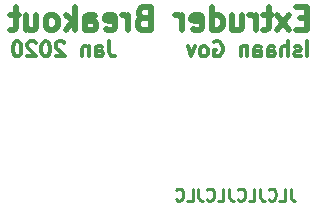
<source format=gbr>
G04 #@! TF.GenerationSoftware,KiCad,Pcbnew,(5.1.4)-1*
G04 #@! TF.CreationDate,2020-03-27T15:16:42-04:00*
G04 #@! TF.ProjectId,extruder_breakout,65787472-7564-4657-925f-627265616b6f,rev?*
G04 #@! TF.SameCoordinates,PX8f0d180PY5f5e100*
G04 #@! TF.FileFunction,Legend,Bot*
G04 #@! TF.FilePolarity,Positive*
%FSLAX46Y46*%
G04 Gerber Fmt 4.6, Leading zero omitted, Abs format (unit mm)*
G04 Created by KiCad (PCBNEW (5.1.4)-1) date 2020-03-27 15:16:42*
%MOMM*%
%LPD*%
G04 APERTURE LIST*
%ADD10C,0.254000*%
%ADD11C,0.317500*%
%ADD12C,0.476250*%
%ADD13C,6.501600*%
%ADD14C,4.101600*%
%ADD15R,3.901600X3.901600*%
%ADD16O,2.101600X1.801600*%
%ADD17C,0.100000*%
%ADD18C,1.801600*%
%ADD19O,1.801600X2.051600*%
%ADD20C,2.201600*%
%ADD21R,2.201600X2.201600*%
%ADD22O,1.828800X1.828800*%
%ADD23R,1.828800X1.828800*%
G04 APERTURE END LIST*
D10*
X11042952Y24432381D02*
X11042952Y23706667D01*
X11091333Y23561524D01*
X11188095Y23464762D01*
X11333238Y23416381D01*
X11430000Y23416381D01*
X10075333Y23416381D02*
X10559142Y23416381D01*
X10559142Y24432381D01*
X9156095Y23513143D02*
X9204476Y23464762D01*
X9349619Y23416381D01*
X9446380Y23416381D01*
X9591523Y23464762D01*
X9688285Y23561524D01*
X9736666Y23658286D01*
X9785047Y23851810D01*
X9785047Y23996953D01*
X9736666Y24190477D01*
X9688285Y24287239D01*
X9591523Y24384000D01*
X9446380Y24432381D01*
X9349619Y24432381D01*
X9204476Y24384000D01*
X9156095Y24335620D01*
X8430380Y24432381D02*
X8430380Y23706667D01*
X8478761Y23561524D01*
X8575523Y23464762D01*
X8720666Y23416381D01*
X8817428Y23416381D01*
X7462761Y23416381D02*
X7946571Y23416381D01*
X7946571Y24432381D01*
X6543523Y23513143D02*
X6591904Y23464762D01*
X6737047Y23416381D01*
X6833809Y23416381D01*
X6978952Y23464762D01*
X7075714Y23561524D01*
X7124095Y23658286D01*
X7172476Y23851810D01*
X7172476Y23996953D01*
X7124095Y24190477D01*
X7075714Y24287239D01*
X6978952Y24384000D01*
X6833809Y24432381D01*
X6737047Y24432381D01*
X6591904Y24384000D01*
X6543523Y24335620D01*
X5817809Y24432381D02*
X5817809Y23706667D01*
X5866190Y23561524D01*
X5962952Y23464762D01*
X6108095Y23416381D01*
X6204857Y23416381D01*
X4850190Y23416381D02*
X5334000Y23416381D01*
X5334000Y24432381D01*
X3930952Y23513143D02*
X3979333Y23464762D01*
X4124476Y23416381D01*
X4221238Y23416381D01*
X4366380Y23464762D01*
X4463142Y23561524D01*
X4511523Y23658286D01*
X4559904Y23851810D01*
X4559904Y23996953D01*
X4511523Y24190477D01*
X4463142Y24287239D01*
X4366380Y24384000D01*
X4221238Y24432381D01*
X4124476Y24432381D01*
X3979333Y24384000D01*
X3930952Y24335620D01*
X3205238Y24432381D02*
X3205238Y23706667D01*
X3253619Y23561524D01*
X3350380Y23464762D01*
X3495523Y23416381D01*
X3592285Y23416381D01*
X2237619Y23416381D02*
X2721428Y23416381D01*
X2721428Y24432381D01*
X1318380Y23513143D02*
X1366761Y23464762D01*
X1511904Y23416381D01*
X1608666Y23416381D01*
X1753809Y23464762D01*
X1850571Y23561524D01*
X1898952Y23658286D01*
X1947333Y23851810D01*
X1947333Y23996953D01*
X1898952Y24190477D01*
X1850571Y24287239D01*
X1753809Y24384000D01*
X1608666Y24432381D01*
X1511904Y24432381D01*
X1366761Y24384000D01*
X1318380Y24335620D01*
D11*
X12427857Y35620477D02*
X12427857Y36890477D01*
X11883571Y35680953D02*
X11762619Y35620477D01*
X11520714Y35620477D01*
X11399761Y35680953D01*
X11339285Y35801905D01*
X11339285Y35862381D01*
X11399761Y35983334D01*
X11520714Y36043810D01*
X11702142Y36043810D01*
X11823095Y36104286D01*
X11883571Y36225239D01*
X11883571Y36285715D01*
X11823095Y36406667D01*
X11702142Y36467143D01*
X11520714Y36467143D01*
X11399761Y36406667D01*
X10795000Y35620477D02*
X10795000Y36890477D01*
X10250714Y35620477D02*
X10250714Y36285715D01*
X10311190Y36406667D01*
X10432142Y36467143D01*
X10613571Y36467143D01*
X10734523Y36406667D01*
X10795000Y36346191D01*
X9101666Y35620477D02*
X9101666Y36285715D01*
X9162142Y36406667D01*
X9283095Y36467143D01*
X9525000Y36467143D01*
X9645952Y36406667D01*
X9101666Y35680953D02*
X9222619Y35620477D01*
X9525000Y35620477D01*
X9645952Y35680953D01*
X9706428Y35801905D01*
X9706428Y35922858D01*
X9645952Y36043810D01*
X9525000Y36104286D01*
X9222619Y36104286D01*
X9101666Y36164762D01*
X7952619Y35620477D02*
X7952619Y36285715D01*
X8013095Y36406667D01*
X8134047Y36467143D01*
X8375952Y36467143D01*
X8496904Y36406667D01*
X7952619Y35680953D02*
X8073571Y35620477D01*
X8375952Y35620477D01*
X8496904Y35680953D01*
X8557380Y35801905D01*
X8557380Y35922858D01*
X8496904Y36043810D01*
X8375952Y36104286D01*
X8073571Y36104286D01*
X7952619Y36164762D01*
X7347857Y36467143D02*
X7347857Y35620477D01*
X7347857Y36346191D02*
X7287380Y36406667D01*
X7166428Y36467143D01*
X6985000Y36467143D01*
X6864047Y36406667D01*
X6803571Y36285715D01*
X6803571Y35620477D01*
X4565952Y36830000D02*
X4686904Y36890477D01*
X4868333Y36890477D01*
X5049761Y36830000D01*
X5170714Y36709048D01*
X5231190Y36588096D01*
X5291666Y36346191D01*
X5291666Y36164762D01*
X5231190Y35922858D01*
X5170714Y35801905D01*
X5049761Y35680953D01*
X4868333Y35620477D01*
X4747380Y35620477D01*
X4565952Y35680953D01*
X4505476Y35741429D01*
X4505476Y36164762D01*
X4747380Y36164762D01*
X3779761Y35620477D02*
X3900714Y35680953D01*
X3961190Y35741429D01*
X4021666Y35862381D01*
X4021666Y36225239D01*
X3961190Y36346191D01*
X3900714Y36406667D01*
X3779761Y36467143D01*
X3598333Y36467143D01*
X3477380Y36406667D01*
X3416904Y36346191D01*
X3356428Y36225239D01*
X3356428Y35862381D01*
X3416904Y35741429D01*
X3477380Y35680953D01*
X3598333Y35620477D01*
X3779761Y35620477D01*
X2933095Y36467143D02*
X2630714Y35620477D01*
X2328333Y36467143D01*
X-4324048Y36890477D02*
X-4324048Y35983334D01*
X-4263572Y35801905D01*
X-4142620Y35680953D01*
X-3961191Y35620477D01*
X-3840239Y35620477D01*
X-5473096Y35620477D02*
X-5473096Y36285715D01*
X-5412620Y36406667D01*
X-5291667Y36467143D01*
X-5049762Y36467143D01*
X-4928810Y36406667D01*
X-5473096Y35680953D02*
X-5352143Y35620477D01*
X-5049762Y35620477D01*
X-4928810Y35680953D01*
X-4868334Y35801905D01*
X-4868334Y35922858D01*
X-4928810Y36043810D01*
X-5049762Y36104286D01*
X-5352143Y36104286D01*
X-5473096Y36164762D01*
X-6077858Y36467143D02*
X-6077858Y35620477D01*
X-6077858Y36346191D02*
X-6138334Y36406667D01*
X-6259286Y36467143D01*
X-6440715Y36467143D01*
X-6561667Y36406667D01*
X-6622143Y36285715D01*
X-6622143Y35620477D01*
X-8134048Y36769524D02*
X-8194524Y36830000D01*
X-8315477Y36890477D01*
X-8617858Y36890477D01*
X-8738810Y36830000D01*
X-8799286Y36769524D01*
X-8859762Y36648572D01*
X-8859762Y36527620D01*
X-8799286Y36346191D01*
X-8073572Y35620477D01*
X-8859762Y35620477D01*
X-9645953Y36890477D02*
X-9766905Y36890477D01*
X-9887858Y36830000D01*
X-9948334Y36769524D01*
X-10008810Y36648572D01*
X-10069286Y36406667D01*
X-10069286Y36104286D01*
X-10008810Y35862381D01*
X-9948334Y35741429D01*
X-9887858Y35680953D01*
X-9766905Y35620477D01*
X-9645953Y35620477D01*
X-9525000Y35680953D01*
X-9464524Y35741429D01*
X-9404048Y35862381D01*
X-9343572Y36104286D01*
X-9343572Y36406667D01*
X-9404048Y36648572D01*
X-9464524Y36769524D01*
X-9525000Y36830000D01*
X-9645953Y36890477D01*
X-10553096Y36769524D02*
X-10613572Y36830000D01*
X-10734524Y36890477D01*
X-11036905Y36890477D01*
X-11157858Y36830000D01*
X-11218334Y36769524D01*
X-11278810Y36648572D01*
X-11278810Y36527620D01*
X-11218334Y36346191D01*
X-10492620Y35620477D01*
X-11278810Y35620477D01*
X-12065000Y36890477D02*
X-12185953Y36890477D01*
X-12306905Y36830000D01*
X-12367381Y36769524D01*
X-12427858Y36648572D01*
X-12488334Y36406667D01*
X-12488334Y36104286D01*
X-12427858Y35862381D01*
X-12367381Y35741429D01*
X-12306905Y35680953D01*
X-12185953Y35620477D01*
X-12065000Y35620477D01*
X-11944048Y35680953D01*
X-11883572Y35741429D01*
X-11823096Y35862381D01*
X-11762620Y36104286D01*
X-11762620Y36406667D01*
X-11823096Y36648572D01*
X-11883572Y36769524D01*
X-11944048Y36830000D01*
X-12065000Y36890477D01*
D12*
X12427857Y38871072D02*
X11792857Y38871072D01*
X11520714Y37873215D02*
X12427857Y37873215D01*
X12427857Y39778215D01*
X11520714Y39778215D01*
X10885714Y37873215D02*
X9887857Y39143215D01*
X10885714Y39143215D02*
X9887857Y37873215D01*
X9434285Y39143215D02*
X8708571Y39143215D01*
X9162142Y39778215D02*
X9162142Y38145358D01*
X9071428Y37963929D01*
X8890000Y37873215D01*
X8708571Y37873215D01*
X8073571Y37873215D02*
X8073571Y39143215D01*
X8073571Y38780358D02*
X7982857Y38961786D01*
X7892142Y39052500D01*
X7710714Y39143215D01*
X7529285Y39143215D01*
X6077857Y39143215D02*
X6077857Y37873215D01*
X6894285Y39143215D02*
X6894285Y38145358D01*
X6803571Y37963929D01*
X6622142Y37873215D01*
X6350000Y37873215D01*
X6168571Y37963929D01*
X6077857Y38054643D01*
X4354285Y37873215D02*
X4354285Y39778215D01*
X4354285Y37963929D02*
X4535714Y37873215D01*
X4898571Y37873215D01*
X5080000Y37963929D01*
X5170714Y38054643D01*
X5261428Y38236072D01*
X5261428Y38780358D01*
X5170714Y38961786D01*
X5080000Y39052500D01*
X4898571Y39143215D01*
X4535714Y39143215D01*
X4354285Y39052500D01*
X2721428Y37963929D02*
X2902857Y37873215D01*
X3265714Y37873215D01*
X3447142Y37963929D01*
X3537857Y38145358D01*
X3537857Y38871072D01*
X3447142Y39052500D01*
X3265714Y39143215D01*
X2902857Y39143215D01*
X2721428Y39052500D01*
X2630714Y38871072D01*
X2630714Y38689643D01*
X3537857Y38508215D01*
X1814285Y37873215D02*
X1814285Y39143215D01*
X1814285Y38780358D02*
X1723571Y38961786D01*
X1632857Y39052500D01*
X1451428Y39143215D01*
X1270000Y39143215D01*
X-1451429Y38871072D02*
X-1723572Y38780358D01*
X-1814286Y38689643D01*
X-1905000Y38508215D01*
X-1905000Y38236072D01*
X-1814286Y38054643D01*
X-1723572Y37963929D01*
X-1542143Y37873215D01*
X-816429Y37873215D01*
X-816429Y39778215D01*
X-1451429Y39778215D01*
X-1632858Y39687500D01*
X-1723572Y39596786D01*
X-1814286Y39415358D01*
X-1814286Y39233929D01*
X-1723572Y39052500D01*
X-1632858Y38961786D01*
X-1451429Y38871072D01*
X-816429Y38871072D01*
X-2721429Y37873215D02*
X-2721429Y39143215D01*
X-2721429Y38780358D02*
X-2812143Y38961786D01*
X-2902858Y39052500D01*
X-3084286Y39143215D01*
X-3265715Y39143215D01*
X-4626429Y37963929D02*
X-4445000Y37873215D01*
X-4082143Y37873215D01*
X-3900715Y37963929D01*
X-3810000Y38145358D01*
X-3810000Y38871072D01*
X-3900715Y39052500D01*
X-4082143Y39143215D01*
X-4445000Y39143215D01*
X-4626429Y39052500D01*
X-4717143Y38871072D01*
X-4717143Y38689643D01*
X-3810000Y38508215D01*
X-6350000Y37873215D02*
X-6350000Y38871072D01*
X-6259286Y39052500D01*
X-6077858Y39143215D01*
X-5715000Y39143215D01*
X-5533572Y39052500D01*
X-6350000Y37963929D02*
X-6168572Y37873215D01*
X-5715000Y37873215D01*
X-5533572Y37963929D01*
X-5442858Y38145358D01*
X-5442858Y38326786D01*
X-5533572Y38508215D01*
X-5715000Y38598929D01*
X-6168572Y38598929D01*
X-6350000Y38689643D01*
X-7257143Y37873215D02*
X-7257143Y39778215D01*
X-7438572Y38598929D02*
X-7982858Y37873215D01*
X-7982858Y39143215D02*
X-7257143Y38417500D01*
X-9071429Y37873215D02*
X-8890000Y37963929D01*
X-8799286Y38054643D01*
X-8708572Y38236072D01*
X-8708572Y38780358D01*
X-8799286Y38961786D01*
X-8890000Y39052500D01*
X-9071429Y39143215D01*
X-9343572Y39143215D01*
X-9525000Y39052500D01*
X-9615715Y38961786D01*
X-9706429Y38780358D01*
X-9706429Y38236072D01*
X-9615715Y38054643D01*
X-9525000Y37963929D01*
X-9343572Y37873215D01*
X-9071429Y37873215D01*
X-11339286Y39143215D02*
X-11339286Y37873215D01*
X-10522858Y39143215D02*
X-10522858Y38145358D01*
X-10613572Y37963929D01*
X-10795000Y37873215D01*
X-11067143Y37873215D01*
X-11248572Y37963929D01*
X-11339286Y38054643D01*
X-11974286Y39143215D02*
X-12700000Y39143215D01*
X-12246429Y39778215D02*
X-12246429Y38145358D01*
X-12337143Y37963929D01*
X-12518572Y37873215D01*
X-12700000Y37873215D01*
%LPC*%
D13*
X9000000Y44500000D03*
X-9000000Y44500000D03*
D14*
X-10715000Y17780000D03*
D15*
X-5715000Y17780000D03*
D16*
X3175000Y10755000D03*
D17*
G36*
X3986828Y9154524D02*
G01*
X4012546Y9150709D01*
X4037767Y9144392D01*
X4062248Y9135633D01*
X4085751Y9124516D01*
X4108052Y9111149D01*
X4128936Y9095661D01*
X4148201Y9078201D01*
X4165661Y9058936D01*
X4181149Y9038052D01*
X4194516Y9015751D01*
X4205633Y8992248D01*
X4214392Y8967767D01*
X4220709Y8942546D01*
X4224524Y8916828D01*
X4225800Y8890859D01*
X4225800Y7619141D01*
X4224524Y7593172D01*
X4220709Y7567454D01*
X4214392Y7542233D01*
X4205633Y7517752D01*
X4194516Y7494249D01*
X4181149Y7471948D01*
X4165661Y7451064D01*
X4148201Y7431799D01*
X4128936Y7414339D01*
X4108052Y7398851D01*
X4085751Y7385484D01*
X4062248Y7374367D01*
X4037767Y7365608D01*
X4012546Y7359291D01*
X3986828Y7355476D01*
X3960859Y7354200D01*
X2389141Y7354200D01*
X2363172Y7355476D01*
X2337454Y7359291D01*
X2312233Y7365608D01*
X2287752Y7374367D01*
X2264249Y7385484D01*
X2241948Y7398851D01*
X2221064Y7414339D01*
X2201799Y7431799D01*
X2184339Y7451064D01*
X2168851Y7471948D01*
X2155484Y7494249D01*
X2144367Y7517752D01*
X2135608Y7542233D01*
X2129291Y7567454D01*
X2125476Y7593172D01*
X2124200Y7619141D01*
X2124200Y8890859D01*
X2125476Y8916828D01*
X2129291Y8942546D01*
X2135608Y8967767D01*
X2144367Y8992248D01*
X2155484Y9015751D01*
X2168851Y9038052D01*
X2184339Y9058936D01*
X2201799Y9078201D01*
X2221064Y9095661D01*
X2241948Y9111149D01*
X2264249Y9124516D01*
X2287752Y9135633D01*
X2312233Y9144392D01*
X2337454Y9150709D01*
X2363172Y9154524D01*
X2389141Y9155800D01*
X3960859Y9155800D01*
X3986828Y9154524D01*
X3986828Y9154524D01*
G37*
D18*
X3175000Y8255000D03*
D16*
X10160000Y10755000D03*
D17*
G36*
X10971828Y9154524D02*
G01*
X10997546Y9150709D01*
X11022767Y9144392D01*
X11047248Y9135633D01*
X11070751Y9124516D01*
X11093052Y9111149D01*
X11113936Y9095661D01*
X11133201Y9078201D01*
X11150661Y9058936D01*
X11166149Y9038052D01*
X11179516Y9015751D01*
X11190633Y8992248D01*
X11199392Y8967767D01*
X11205709Y8942546D01*
X11209524Y8916828D01*
X11210800Y8890859D01*
X11210800Y7619141D01*
X11209524Y7593172D01*
X11205709Y7567454D01*
X11199392Y7542233D01*
X11190633Y7517752D01*
X11179516Y7494249D01*
X11166149Y7471948D01*
X11150661Y7451064D01*
X11133201Y7431799D01*
X11113936Y7414339D01*
X11093052Y7398851D01*
X11070751Y7385484D01*
X11047248Y7374367D01*
X11022767Y7365608D01*
X10997546Y7359291D01*
X10971828Y7355476D01*
X10945859Y7354200D01*
X9374141Y7354200D01*
X9348172Y7355476D01*
X9322454Y7359291D01*
X9297233Y7365608D01*
X9272752Y7374367D01*
X9249249Y7385484D01*
X9226948Y7398851D01*
X9206064Y7414339D01*
X9186799Y7431799D01*
X9169339Y7451064D01*
X9153851Y7471948D01*
X9140484Y7494249D01*
X9129367Y7517752D01*
X9120608Y7542233D01*
X9114291Y7567454D01*
X9110476Y7593172D01*
X9109200Y7619141D01*
X9109200Y8890859D01*
X9110476Y8916828D01*
X9114291Y8942546D01*
X9120608Y8967767D01*
X9129367Y8992248D01*
X9140484Y9015751D01*
X9153851Y9038052D01*
X9169339Y9058936D01*
X9186799Y9078201D01*
X9206064Y9095661D01*
X9226948Y9111149D01*
X9249249Y9124516D01*
X9272752Y9135633D01*
X9297233Y9144392D01*
X9322454Y9150709D01*
X9348172Y9154524D01*
X9374141Y9155800D01*
X10945859Y9155800D01*
X10971828Y9154524D01*
X10971828Y9154524D01*
G37*
D18*
X10160000Y8255000D03*
D16*
X-3810000Y10755000D03*
D17*
G36*
X-2998172Y9154524D02*
G01*
X-2972454Y9150709D01*
X-2947233Y9144392D01*
X-2922752Y9135633D01*
X-2899249Y9124516D01*
X-2876948Y9111149D01*
X-2856064Y9095661D01*
X-2836799Y9078201D01*
X-2819339Y9058936D01*
X-2803851Y9038052D01*
X-2790484Y9015751D01*
X-2779367Y8992248D01*
X-2770608Y8967767D01*
X-2764291Y8942546D01*
X-2760476Y8916828D01*
X-2759200Y8890859D01*
X-2759200Y7619141D01*
X-2760476Y7593172D01*
X-2764291Y7567454D01*
X-2770608Y7542233D01*
X-2779367Y7517752D01*
X-2790484Y7494249D01*
X-2803851Y7471948D01*
X-2819339Y7451064D01*
X-2836799Y7431799D01*
X-2856064Y7414339D01*
X-2876948Y7398851D01*
X-2899249Y7385484D01*
X-2922752Y7374367D01*
X-2947233Y7365608D01*
X-2972454Y7359291D01*
X-2998172Y7355476D01*
X-3024141Y7354200D01*
X-4595859Y7354200D01*
X-4621828Y7355476D01*
X-4647546Y7359291D01*
X-4672767Y7365608D01*
X-4697248Y7374367D01*
X-4720751Y7385484D01*
X-4743052Y7398851D01*
X-4763936Y7414339D01*
X-4783201Y7431799D01*
X-4800661Y7451064D01*
X-4816149Y7471948D01*
X-4829516Y7494249D01*
X-4840633Y7517752D01*
X-4849392Y7542233D01*
X-4855709Y7567454D01*
X-4859524Y7593172D01*
X-4860800Y7619141D01*
X-4860800Y8890859D01*
X-4859524Y8916828D01*
X-4855709Y8942546D01*
X-4849392Y8967767D01*
X-4840633Y8992248D01*
X-4829516Y9015751D01*
X-4816149Y9038052D01*
X-4800661Y9058936D01*
X-4783201Y9078201D01*
X-4763936Y9095661D01*
X-4743052Y9111149D01*
X-4720751Y9124516D01*
X-4697248Y9135633D01*
X-4672767Y9144392D01*
X-4647546Y9150709D01*
X-4621828Y9154524D01*
X-4595859Y9155800D01*
X-3024141Y9155800D01*
X-2998172Y9154524D01*
X-2998172Y9154524D01*
G37*
D18*
X-3810000Y8255000D03*
D19*
X3295000Y17145000D03*
X5795000Y17145000D03*
X8295000Y17145000D03*
D17*
G36*
X11456828Y18169524D02*
G01*
X11482546Y18165709D01*
X11507767Y18159392D01*
X11532248Y18150633D01*
X11555751Y18139516D01*
X11578052Y18126149D01*
X11598936Y18110661D01*
X11618201Y18093201D01*
X11635661Y18073936D01*
X11651149Y18053052D01*
X11664516Y18030751D01*
X11675633Y18007248D01*
X11684392Y17982767D01*
X11690709Y17957546D01*
X11694524Y17931828D01*
X11695800Y17905859D01*
X11695800Y16384141D01*
X11694524Y16358172D01*
X11690709Y16332454D01*
X11684392Y16307233D01*
X11675633Y16282752D01*
X11664516Y16259249D01*
X11651149Y16236948D01*
X11635661Y16216064D01*
X11618201Y16196799D01*
X11598936Y16179339D01*
X11578052Y16163851D01*
X11555751Y16150484D01*
X11532248Y16139367D01*
X11507767Y16130608D01*
X11482546Y16124291D01*
X11456828Y16120476D01*
X11430859Y16119200D01*
X10159141Y16119200D01*
X10133172Y16120476D01*
X10107454Y16124291D01*
X10082233Y16130608D01*
X10057752Y16139367D01*
X10034249Y16150484D01*
X10011948Y16163851D01*
X9991064Y16179339D01*
X9971799Y16196799D01*
X9954339Y16216064D01*
X9938851Y16236948D01*
X9925484Y16259249D01*
X9914367Y16282752D01*
X9905608Y16307233D01*
X9899291Y16332454D01*
X9895476Y16358172D01*
X9894200Y16384141D01*
X9894200Y17905859D01*
X9895476Y17931828D01*
X9899291Y17957546D01*
X9905608Y17982767D01*
X9914367Y18007248D01*
X9925484Y18030751D01*
X9938851Y18053052D01*
X9954339Y18073936D01*
X9971799Y18093201D01*
X9991064Y18110661D01*
X10011948Y18126149D01*
X10034249Y18139516D01*
X10057752Y18150633D01*
X10082233Y18159392D01*
X10107454Y18165709D01*
X10133172Y18169524D01*
X10159141Y18170800D01*
X11430859Y18170800D01*
X11456828Y18169524D01*
X11456828Y18169524D01*
G37*
D18*
X10795000Y17145000D03*
D20*
X-10795000Y8255000D03*
D21*
X-10795000Y10795000D03*
D22*
X-8890000Y29080000D03*
X-8890000Y31620000D03*
X-6350000Y29080000D03*
X-6350000Y31620000D03*
X-3810000Y29080000D03*
X-3810000Y31620000D03*
X-1270000Y29080000D03*
X-1270000Y31620000D03*
X1270000Y29080000D03*
X1270000Y31620000D03*
X3810000Y29080000D03*
X3810000Y31620000D03*
X6350000Y29080000D03*
X6350000Y31620000D03*
X8890000Y29080000D03*
D23*
X8890000Y31620000D03*
M02*

</source>
